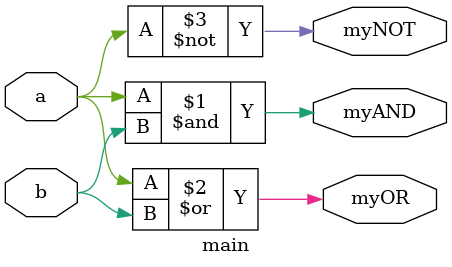
<source format=v>
`timescale 1ns / 1ps


module main(
    output myAND, myOR, myNOT,
    input a, b
);
    assign myAND = a & b;
    assign myOR = a|b;
    assign myNOT = ~a;
endmodule
</source>
